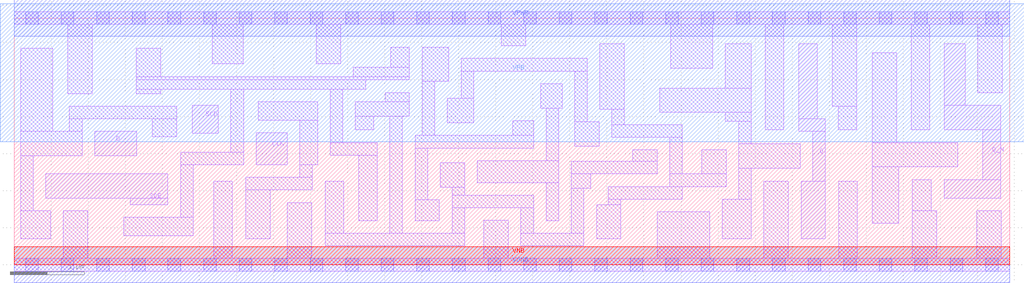
<source format=lef>
# Copyright 2020 The SkyWater PDK Authors
#
# Licensed under the Apache License, Version 2.0 (the "License");
# you may not use this file except in compliance with the License.
# You may obtain a copy of the License at
#
#     https://www.apache.org/licenses/LICENSE-2.0
#
# Unless required by applicable law or agreed to in writing, software
# distributed under the License is distributed on an "AS IS" BASIS,
# WITHOUT WARRANTIES OR CONDITIONS OF ANY KIND, either express or implied.
# See the License for the specific language governing permissions and
# limitations under the License.
#
# SPDX-License-Identifier: Apache-2.0

VERSION 5.7 ;
  NOWIREEXTENSIONATPIN ON ;
  DIVIDERCHAR "/" ;
  BUSBITCHARS "[]" ;
MACRO sky130_fd_sc_ms__sdfxbp_2
  CLASS CORE ;
  FOREIGN sky130_fd_sc_ms__sdfxbp_2 ;
  ORIGIN  0.000000  0.000000 ;
  SIZE  13.44000 BY  3.330000 ;
  SYMMETRY X Y ;
  SITE unit ;
  PIN D
    ANTENNAGATEAREA  0.178200 ;
    DIRECTION INPUT ;
    USE SIGNAL ;
    PORT
      LAYER li1 ;
        RECT 1.085000 1.470000 1.655000 1.800000 ;
    END
  END D
  PIN Q
    ANTENNADIFFAREA  0.509600 ;
    DIRECTION OUTPUT ;
    USE SIGNAL ;
    PORT
      LAYER li1 ;
        RECT 10.590000 1.800000 10.950000 1.970000 ;
        RECT 10.590000 1.970000 10.840000 2.980000 ;
        RECT 10.620000 0.350000 10.950000 1.130000 ;
        RECT 10.780000 1.130000 10.950000 1.800000 ;
    END
  END Q
  PIN Q_N
    ANTENNADIFFAREA  0.520700 ;
    DIRECTION OUTPUT ;
    USE SIGNAL ;
    PORT
      LAYER li1 ;
        RECT 12.550000 0.900000 13.315000 1.150000 ;
        RECT 12.555000 1.820000 13.315000 2.150000 ;
        RECT 12.555000 2.150000 12.835000 2.980000 ;
        RECT 13.075000 1.150000 13.315000 1.820000 ;
    END
  END Q_N
  PIN SCD
    ANTENNAGATEAREA  0.178200 ;
    DIRECTION INPUT ;
    USE SIGNAL ;
    PORT
      LAYER li1 ;
        RECT 2.405000 1.775000 2.755000 2.150000 ;
    END
  END SCD
  PIN SCE
    ANTENNAGATEAREA  0.356400 ;
    DIRECTION INPUT ;
    USE SIGNAL ;
    PORT
      LAYER li1 ;
        RECT 0.425000 0.900000 2.075000 1.230000 ;
        RECT 1.565000 0.810000 2.075000 0.900000 ;
    END
  END SCE
  PIN CLK
    ANTENNAGATEAREA  0.312600 ;
    DIRECTION INPUT ;
    USE CLOCK ;
    PORT
      LAYER li1 ;
        RECT 3.265000 1.350000 3.685000 1.780000 ;
    END
  END CLK
  PIN VGND
    DIRECTION INOUT ;
    USE GROUND ;
    PORT
      LAYER met1 ;
        RECT 0.000000 -0.245000 13.440000 0.245000 ;
    END
  END VGND
  PIN VNB
    DIRECTION INOUT ;
    USE GROUND ;
    PORT
      LAYER pwell ;
        RECT 0.000000 0.000000 13.440000 0.245000 ;
    END
  END VNB
  PIN VPB
    DIRECTION INOUT ;
    USE POWER ;
    PORT
      LAYER nwell ;
        RECT -0.190000 1.660000 13.630000 3.520000 ;
    END
  END VPB
  PIN VPWR
    DIRECTION INOUT ;
    USE POWER ;
    PORT
      LAYER met1 ;
        RECT 0.000000 3.085000 13.440000 3.575000 ;
    END
  END VPWR
  OBS
    LAYER li1 ;
      RECT  0.000000 -0.085000 13.440000 0.085000 ;
      RECT  0.000000  3.245000 13.440000 3.415000 ;
      RECT  0.085000  0.350000  0.490000 0.730000 ;
      RECT  0.085000  0.730000  0.255000 1.470000 ;
      RECT  0.085000  1.470000  0.915000 1.800000 ;
      RECT  0.085000  1.800000  0.520000 2.925000 ;
      RECT  0.660000  0.085000  0.990000 0.730000 ;
      RECT  0.725000  2.310000  1.055000 3.245000 ;
      RECT  0.745000  1.800000  0.915000 1.970000 ;
      RECT  0.745000  1.970000  2.195000 2.140000 ;
      RECT  1.480000  0.390000  2.415000 0.640000 ;
      RECT  1.650000  2.310000  1.980000 2.370000 ;
      RECT  1.650000  2.370000  4.745000 2.495000 ;
      RECT  1.650000  2.495000  5.335000 2.540000 ;
      RECT  1.650000  2.540000  1.980000 2.925000 ;
      RECT  1.865000  1.725000  2.195000 1.970000 ;
      RECT  2.245000  0.640000  2.415000 1.350000 ;
      RECT  2.245000  1.350000  3.095000 1.520000 ;
      RECT  2.670000  2.710000  3.090000 3.245000 ;
      RECT  2.695000  0.085000  2.945000 1.130000 ;
      RECT  2.925000  1.520000  3.095000 2.370000 ;
      RECT  3.125000  0.350000  3.455000 1.010000 ;
      RECT  3.125000  1.010000  4.025000 1.180000 ;
      RECT  3.295000  1.950000  4.095000 2.200000 ;
      RECT  3.685000  0.085000  4.015000 0.840000 ;
      RECT  3.855000  1.180000  4.025000 1.350000 ;
      RECT  3.855000  1.350000  4.095000 1.950000 ;
      RECT  4.075000  2.710000  4.405000 3.245000 ;
      RECT  4.195000  0.255000  6.080000 0.425000 ;
      RECT  4.195000  0.425000  4.445000 1.130000 ;
      RECT  4.265000  1.480000  4.900000 1.650000 ;
      RECT  4.265000  1.650000  4.435000 2.370000 ;
      RECT  4.575000  2.540000  5.335000 2.665000 ;
      RECT  4.605000  1.820000  4.855000 2.005000 ;
      RECT  4.605000  2.005000  5.335000 2.200000 ;
      RECT  4.650000  0.595000  4.900000 1.480000 ;
      RECT  5.005000  2.200000  5.335000 2.325000 ;
      RECT  5.070000  0.425000  5.240000 2.005000 ;
      RECT  5.085000  2.665000  5.335000 2.935000 ;
      RECT  5.410000  0.595000  5.740000 0.875000 ;
      RECT  5.410000  0.875000  5.580000 1.575000 ;
      RECT  5.410000  1.575000  7.010000 1.745000 ;
      RECT  5.505000  1.745000  5.675000 2.475000 ;
      RECT  5.505000  2.475000  5.865000 2.935000 ;
      RECT  5.750000  1.045000  6.080000 1.375000 ;
      RECT  5.845000  1.915000  6.205000 2.245000 ;
      RECT  5.910000  0.425000  6.080000 0.770000 ;
      RECT  5.910000  0.770000  7.010000 0.940000 ;
      RECT  5.910000  0.940000  6.080000 1.045000 ;
      RECT  6.035000  2.245000  6.205000 2.615000 ;
      RECT  6.035000  2.615000  7.735000 2.785000 ;
      RECT  6.250000  1.110000  7.350000 1.405000 ;
      RECT  6.340000  0.085000  6.670000 0.600000 ;
      RECT  6.575000  2.955000  6.905000 3.245000 ;
      RECT  6.730000  1.745000  7.010000 1.945000 ;
      RECT  6.840000  0.255000  7.690000 0.425000 ;
      RECT  6.840000  0.425000  7.010000 0.770000 ;
      RECT  7.110000  2.115000  7.395000 2.445000 ;
      RECT  7.180000  0.595000  7.350000 1.110000 ;
      RECT  7.180000  1.405000  7.350000 2.115000 ;
      RECT  7.520000  0.425000  7.690000 1.030000 ;
      RECT  7.520000  1.030000  7.780000 1.225000 ;
      RECT  7.520000  1.225000  8.680000 1.395000 ;
      RECT  7.565000  1.600000  7.895000 1.930000 ;
      RECT  7.565000  1.930000  7.735000 2.615000 ;
      RECT  7.860000  0.350000  8.190000 0.810000 ;
      RECT  7.905000  2.100000  8.235000 2.980000 ;
      RECT  8.020000  0.810000  8.190000 0.885000 ;
      RECT  8.020000  0.885000  9.020000 1.055000 ;
      RECT  8.065000  1.720000  9.020000 1.890000 ;
      RECT  8.065000  1.890000  8.235000 2.100000 ;
      RECT  8.350000  1.395000  8.680000 1.550000 ;
      RECT  8.680000  0.085000  9.390000 0.715000 ;
      RECT  8.710000  2.060000  9.950000 2.380000 ;
      RECT  8.850000  1.055000  9.610000 1.225000 ;
      RECT  8.850000  1.225000  9.020000 1.720000 ;
      RECT  8.860000  2.650000  9.430000 3.245000 ;
      RECT  9.280000  1.225000  9.610000 1.550000 ;
      RECT  9.560000  0.350000  9.950000 0.885000 ;
      RECT  9.600000  1.940000  9.950000 2.060000 ;
      RECT  9.600000  2.380000  9.950000 2.980000 ;
      RECT  9.780000  0.885000  9.950000 1.300000 ;
      RECT  9.780000  1.300000 10.610000 1.630000 ;
      RECT  9.780000  1.630000  9.950000 1.940000 ;
      RECT 10.120000  0.085000 10.450000 1.130000 ;
      RECT 10.140000  1.820000 10.390000 3.245000 ;
      RECT 11.040000  2.140000 11.370000 3.245000 ;
      RECT 11.120000  1.820000 11.370000 2.140000 ;
      RECT 11.130000  0.085000 11.380000 1.130000 ;
      RECT 11.580000  0.560000 11.940000 1.320000 ;
      RECT 11.580000  1.320000 12.735000 1.650000 ;
      RECT 11.580000  1.650000 11.910000 2.860000 ;
      RECT 12.105000  1.820000 12.355000 3.245000 ;
      RECT 12.120000  0.085000 12.450000 0.730000 ;
      RECT 12.120000  0.730000 12.380000 1.150000 ;
      RECT 12.995000  0.085000 13.325000 0.730000 ;
      RECT 13.005000  2.320000 13.335000 3.245000 ;
    LAYER mcon ;
      RECT  0.155000 -0.085000  0.325000 0.085000 ;
      RECT  0.155000  3.245000  0.325000 3.415000 ;
      RECT  0.635000 -0.085000  0.805000 0.085000 ;
      RECT  0.635000  3.245000  0.805000 3.415000 ;
      RECT  1.115000 -0.085000  1.285000 0.085000 ;
      RECT  1.115000  3.245000  1.285000 3.415000 ;
      RECT  1.595000 -0.085000  1.765000 0.085000 ;
      RECT  1.595000  3.245000  1.765000 3.415000 ;
      RECT  2.075000 -0.085000  2.245000 0.085000 ;
      RECT  2.075000  3.245000  2.245000 3.415000 ;
      RECT  2.555000 -0.085000  2.725000 0.085000 ;
      RECT  2.555000  3.245000  2.725000 3.415000 ;
      RECT  3.035000 -0.085000  3.205000 0.085000 ;
      RECT  3.035000  3.245000  3.205000 3.415000 ;
      RECT  3.515000 -0.085000  3.685000 0.085000 ;
      RECT  3.515000  3.245000  3.685000 3.415000 ;
      RECT  3.995000 -0.085000  4.165000 0.085000 ;
      RECT  3.995000  3.245000  4.165000 3.415000 ;
      RECT  4.475000 -0.085000  4.645000 0.085000 ;
      RECT  4.475000  3.245000  4.645000 3.415000 ;
      RECT  4.955000 -0.085000  5.125000 0.085000 ;
      RECT  4.955000  3.245000  5.125000 3.415000 ;
      RECT  5.435000 -0.085000  5.605000 0.085000 ;
      RECT  5.435000  3.245000  5.605000 3.415000 ;
      RECT  5.915000 -0.085000  6.085000 0.085000 ;
      RECT  5.915000  3.245000  6.085000 3.415000 ;
      RECT  6.395000 -0.085000  6.565000 0.085000 ;
      RECT  6.395000  3.245000  6.565000 3.415000 ;
      RECT  6.875000 -0.085000  7.045000 0.085000 ;
      RECT  6.875000  3.245000  7.045000 3.415000 ;
      RECT  7.355000 -0.085000  7.525000 0.085000 ;
      RECT  7.355000  3.245000  7.525000 3.415000 ;
      RECT  7.835000 -0.085000  8.005000 0.085000 ;
      RECT  7.835000  3.245000  8.005000 3.415000 ;
      RECT  8.315000 -0.085000  8.485000 0.085000 ;
      RECT  8.315000  3.245000  8.485000 3.415000 ;
      RECT  8.795000 -0.085000  8.965000 0.085000 ;
      RECT  8.795000  3.245000  8.965000 3.415000 ;
      RECT  9.275000 -0.085000  9.445000 0.085000 ;
      RECT  9.275000  3.245000  9.445000 3.415000 ;
      RECT  9.755000 -0.085000  9.925000 0.085000 ;
      RECT  9.755000  3.245000  9.925000 3.415000 ;
      RECT 10.235000 -0.085000 10.405000 0.085000 ;
      RECT 10.235000  3.245000 10.405000 3.415000 ;
      RECT 10.715000 -0.085000 10.885000 0.085000 ;
      RECT 10.715000  3.245000 10.885000 3.415000 ;
      RECT 11.195000 -0.085000 11.365000 0.085000 ;
      RECT 11.195000  3.245000 11.365000 3.415000 ;
      RECT 11.675000 -0.085000 11.845000 0.085000 ;
      RECT 11.675000  3.245000 11.845000 3.415000 ;
      RECT 12.155000 -0.085000 12.325000 0.085000 ;
      RECT 12.155000  3.245000 12.325000 3.415000 ;
      RECT 12.635000 -0.085000 12.805000 0.085000 ;
      RECT 12.635000  3.245000 12.805000 3.415000 ;
      RECT 13.115000 -0.085000 13.285000 0.085000 ;
      RECT 13.115000  3.245000 13.285000 3.415000 ;
  END
END sky130_fd_sc_ms__sdfxbp_2
END LIBRARY

</source>
